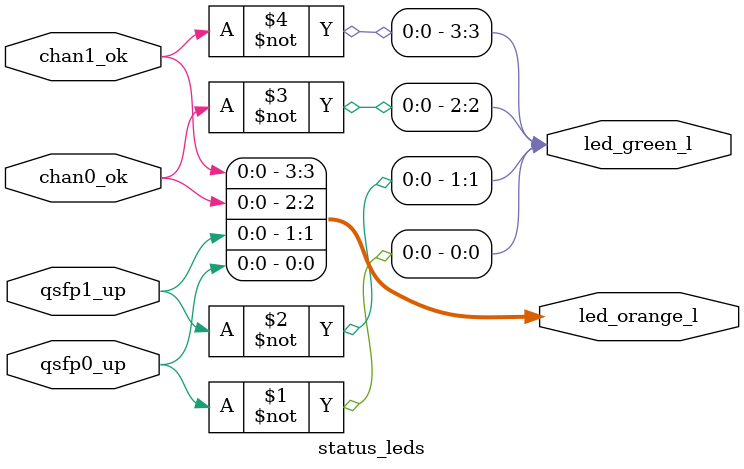
<source format=v>
module status_leds
(
    input qsfp0_up, qsfp1_up,

    input chan0_ok, chan1_ok,

    output[3:0] led_green_l, led_orange_l
);

assign led_orange_l = { chan1_ok,  chan0_ok,  qsfp1_up,  qsfp0_up};
assign led_green_l  = {~chan1_ok, ~chan0_ok, ~qsfp1_up, ~qsfp0_up};

endmodule
</source>
